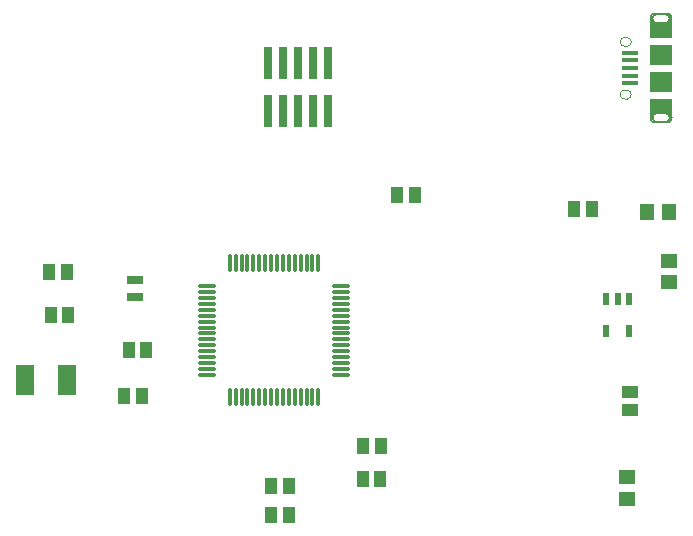
<source format=gtp>
G04*
G04 #@! TF.GenerationSoftware,Altium Limited,Altium Designer,20.1.14 (287)*
G04*
G04 Layer_Color=8421504*
%FSLAX44Y44*%
%MOMM*%
G71*
G04*
G04 #@! TF.SameCoordinates,DEFACEA9-F4D7-4AEA-A9FD-1AB281C9BDDB*
G04*
G04*
G04 #@! TF.FilePolarity,Positive*
G04*
G01*
G75*
%ADD11C,0.2000*%
%ADD18C,0.3000*%
%ADD19C,0.1000*%
%ADD20R,1.9000X1.1750*%
%ADD21R,1.9000X1.8000*%
%ADD22R,1.3500X0.4000*%
G04:AMPARAMS|DCode=23|XSize=1.49mm|YSize=0.28mm|CornerRadius=0.07mm|HoleSize=0mm|Usage=FLASHONLY|Rotation=270.000|XOffset=0mm|YOffset=0mm|HoleType=Round|Shape=RoundedRectangle|*
%AMROUNDEDRECTD23*
21,1,1.4900,0.1400,0,0,270.0*
21,1,1.3500,0.2800,0,0,270.0*
1,1,0.1400,-0.0700,-0.6750*
1,1,0.1400,-0.0700,0.6750*
1,1,0.1400,0.0700,0.6750*
1,1,0.1400,0.0700,-0.6750*
%
%ADD23ROUNDEDRECTD23*%
G04:AMPARAMS|DCode=24|XSize=1.49mm|YSize=0.28mm|CornerRadius=0.07mm|HoleSize=0mm|Usage=FLASHONLY|Rotation=180.000|XOffset=0mm|YOffset=0mm|HoleType=Round|Shape=RoundedRectangle|*
%AMROUNDEDRECTD24*
21,1,1.4900,0.1400,0,0,180.0*
21,1,1.3500,0.2800,0,0,180.0*
1,1,0.1400,-0.6750,0.0700*
1,1,0.1400,0.6750,0.0700*
1,1,0.1400,0.6750,-0.0700*
1,1,0.1400,-0.6750,-0.0700*
%
%ADD24ROUNDEDRECTD24*%
%ADD25R,1.4000X0.7500*%
%ADD26R,0.7366X2.7940*%
%ADD27R,1.4000X1.2000*%
%ADD28R,1.2000X1.4000*%
%ADD29R,0.5080X1.0033*%
%ADD30R,1.5000X2.5000*%
%ADD31R,1.1000X1.4000*%
%ADD32R,1.4000X1.1000*%
D11*
X1664660Y1356010D02*
G03*
X1663160Y1357510I-1500J0D01*
G01*
X1649160D02*
G03*
X1647660Y1356010I0J-1500D01*
G01*
X1652660Y1357510D02*
G03*
X1648660Y1353510I0J-4000D01*
G01*
X1663660D02*
G03*
X1659660Y1357510I-4000J0D01*
G01*
X1663160Y1266010D02*
G03*
X1664660Y1267510I0J1500D01*
G01*
X1647660D02*
G03*
X1649160Y1266010I1500J0D01*
G01*
X1648660Y1270010D02*
G03*
X1652660Y1266010I4000J0D01*
G01*
X1659660D02*
G03*
X1663660Y1270010I0J4000D01*
G01*
X1647660Y1348510D02*
X1664660D01*
Y1356010D01*
X1649160Y1357510D02*
X1663160D01*
X1647660Y1348510D02*
Y1356010D01*
X1652660Y1357510D02*
X1659660D01*
X1647660Y1275010D02*
X1664660D01*
Y1267510D02*
Y1275010D01*
X1649160Y1266010D02*
X1663160D01*
X1647660Y1267510D02*
Y1275010D01*
X1652660Y1266010D02*
X1659660D01*
D18*
Y1349010D02*
G03*
X1664160Y1353510I0J4500D01*
G01*
X1648160D02*
G03*
X1652660Y1349010I4500J0D01*
G01*
X1664160Y1270010D02*
G03*
X1659660Y1274510I-4500J0D01*
G01*
X1652660D02*
G03*
X1648160Y1270010I0J-4500D01*
G01*
X1652660Y1349010D02*
X1659660D01*
X1652660Y1274510D02*
X1659660D01*
D19*
X1621410Y1334010D02*
G03*
X1625160Y1330260I3750J0D01*
G01*
X1627160D02*
G03*
X1630910Y1334010I0J3750D01*
G01*
D02*
G03*
X1627160Y1337760I-3750J0D01*
G01*
X1625160D02*
G03*
X1621410Y1334010I0J-3750D01*
G01*
Y1289510D02*
G03*
X1625160Y1285760I3750J0D01*
G01*
X1627160D02*
G03*
X1630910Y1289510I0J3750D01*
G01*
D02*
G03*
X1627160Y1293260I-3750J0D01*
G01*
X1625160D02*
G03*
X1621410Y1289510I0J-3750D01*
G01*
X1625160Y1330260D02*
X1627160D01*
X1625160Y1337760D02*
X1627160D01*
X1625160Y1285760D02*
X1627160D01*
X1625160Y1293260D02*
X1627160D01*
D20*
X1656160Y1343627D02*
D03*
Y1279893D02*
D03*
D21*
Y1300260D02*
D03*
Y1323260D02*
D03*
D22*
X1629410Y1298760D02*
D03*
Y1305260D02*
D03*
Y1324760D02*
D03*
Y1318260D02*
D03*
Y1311760D02*
D03*
D23*
X1290920Y1146360D02*
D03*
X1295920D02*
D03*
X1300920D02*
D03*
X1305920D02*
D03*
X1310920D02*
D03*
X1315920D02*
D03*
X1320920D02*
D03*
X1325920D02*
D03*
X1330920D02*
D03*
X1335920D02*
D03*
X1340920D02*
D03*
X1345920D02*
D03*
X1350920D02*
D03*
X1355920D02*
D03*
X1360920D02*
D03*
X1365920D02*
D03*
Y1032960D02*
D03*
X1360920D02*
D03*
X1355920D02*
D03*
X1350920D02*
D03*
X1345920D02*
D03*
X1340920D02*
D03*
X1335920D02*
D03*
X1330920D02*
D03*
X1325920D02*
D03*
X1320920D02*
D03*
X1315920D02*
D03*
X1310920D02*
D03*
X1305920D02*
D03*
X1300920D02*
D03*
X1295920D02*
D03*
X1290920D02*
D03*
D24*
X1385120Y1127160D02*
D03*
Y1122160D02*
D03*
Y1117160D02*
D03*
Y1112160D02*
D03*
Y1107160D02*
D03*
Y1102160D02*
D03*
Y1097160D02*
D03*
Y1092160D02*
D03*
Y1087160D02*
D03*
Y1082160D02*
D03*
Y1077160D02*
D03*
Y1072160D02*
D03*
Y1067160D02*
D03*
Y1062160D02*
D03*
Y1057160D02*
D03*
Y1052160D02*
D03*
X1271720D02*
D03*
Y1057160D02*
D03*
Y1062160D02*
D03*
Y1067160D02*
D03*
Y1072160D02*
D03*
Y1077160D02*
D03*
Y1082160D02*
D03*
Y1087160D02*
D03*
Y1092160D02*
D03*
Y1097160D02*
D03*
Y1102160D02*
D03*
Y1107160D02*
D03*
Y1112160D02*
D03*
Y1117160D02*
D03*
Y1122160D02*
D03*
Y1127160D02*
D03*
D25*
X1210310Y1117600D02*
D03*
Y1132200D02*
D03*
D26*
X1323340Y1275080D02*
D03*
Y1315720D02*
D03*
X1336040Y1275080D02*
D03*
Y1315720D02*
D03*
X1348740Y1275080D02*
D03*
Y1315720D02*
D03*
X1361440Y1275080D02*
D03*
Y1315720D02*
D03*
X1374140Y1275080D02*
D03*
Y1315720D02*
D03*
D27*
X1626870Y947310D02*
D03*
Y965310D02*
D03*
X1662430Y1148300D02*
D03*
Y1130300D02*
D03*
D28*
X1644540Y1189990D02*
D03*
X1662540D02*
D03*
D29*
X1628750Y1115885D02*
D03*
X1619250D02*
D03*
X1609750D02*
D03*
Y1088835D02*
D03*
X1628750D02*
D03*
D30*
X1152880Y1047750D02*
D03*
X1117880D02*
D03*
D31*
X1154310Y1102360D02*
D03*
X1139310D02*
D03*
X1153040Y1139190D02*
D03*
X1138040D02*
D03*
X1597540Y1192530D02*
D03*
X1582540D02*
D03*
X1432680Y1203960D02*
D03*
X1447680D02*
D03*
X1403470Y963930D02*
D03*
X1418470D02*
D03*
X1326000Y957580D02*
D03*
X1341000D02*
D03*
X1326000Y933450D02*
D03*
X1341000D02*
D03*
X1205350Y1073150D02*
D03*
X1220350D02*
D03*
X1201540Y1033780D02*
D03*
X1216540D02*
D03*
X1403590Y991870D02*
D03*
X1418590D02*
D03*
D32*
X1629410Y1037470D02*
D03*
Y1022470D02*
D03*
M02*

</source>
